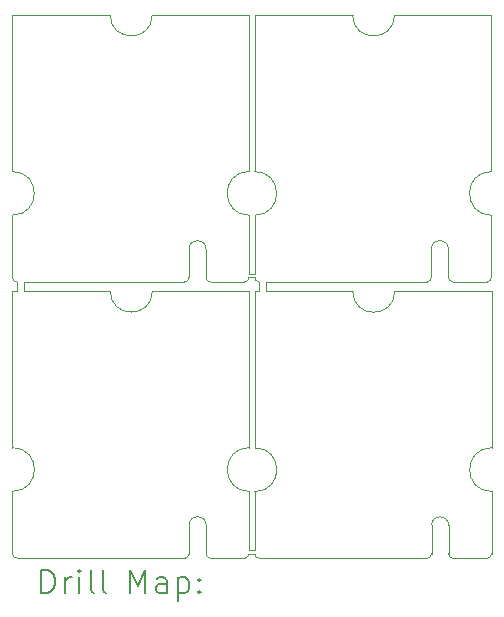
<source format=gbr>
%TF.GenerationSoftware,KiCad,Pcbnew,(7.0.0)*%
%TF.CreationDate,2023-04-13T19:08:07-05:00*%
%TF.ProjectId,Cookie_Mantis,436f6f6b-6965-45f4-9d61-6e7469732e6b,rev?*%
%TF.SameCoordinates,Original*%
%TF.FileFunction,Drillmap*%
%TF.FilePolarity,Positive*%
%FSLAX45Y45*%
G04 Gerber Fmt 4.5, Leading zero omitted, Abs format (unit mm)*
G04 Created by KiCad (PCBNEW (7.0.0)) date 2023-04-13 19:08:07*
%MOMM*%
%LPD*%
G01*
G04 APERTURE LIST*
%ADD10C,0.050000*%
%ADD11C,0.200000*%
G04 APERTURE END LIST*
D10*
X2942330Y-3510520D02*
X3229604Y-3510520D01*
X2722460Y-5848600D02*
G75*
G03*
X2760560Y-5810500I0J38100D01*
G01*
X3315500Y-3472500D02*
G75*
G03*
X3353600Y-3510600I38090J-10D01*
G01*
X3415000Y-3589500D02*
X4146056Y-3589500D01*
X3229604Y-3510514D02*
G75*
G03*
X3267704Y-3472420I6J38094D01*
G01*
X3268560Y-4913080D02*
X3268560Y-3588000D01*
X1264500Y-5777480D02*
X1264500Y-5283080D01*
X4956086Y-3230946D02*
X4956086Y-3472500D01*
X4957580Y-5812000D02*
G75*
G03*
X4995686Y-5850100I38100J0D01*
G01*
X1301744Y-3510520D02*
X1301500Y-3588000D01*
X4773460Y-3510600D02*
X4506760Y-3510600D01*
X4501656Y-3589500D02*
X5321060Y-3589500D01*
X3315500Y-3439480D02*
X3268000Y-3439500D01*
X3316856Y-2945085D02*
G75*
G03*
X3316856Y-2575075I0J185005D01*
G01*
X4956090Y-3472500D02*
G75*
G03*
X4994186Y-3510600I38100J0D01*
G01*
X3267704Y-2574960D02*
G75*
G03*
X3267704Y-2945000I0J-185020D01*
G01*
X2904230Y-3472420D02*
G75*
G03*
X2942330Y-3510520I38100J0D01*
G01*
X2904230Y-3230866D02*
X2904230Y-3472420D01*
X2093556Y-3588000D02*
G75*
G03*
X2449156Y-3588000I177800J0D01*
G01*
X3317000Y-5812000D02*
G75*
G03*
X3355100Y-5850100I38090J-10D01*
G01*
X4508260Y-5850100D02*
X3416060Y-5850100D01*
X2721604Y-3510520D02*
X2454904Y-3510520D01*
X1263644Y-1249920D02*
X2092700Y-1249920D01*
X2721604Y-3510514D02*
G75*
G03*
X2759704Y-3472420I6J38094D01*
G01*
X2904230Y-3230866D02*
G75*
G03*
X2759647Y-3225536I-72390J-4D01*
G01*
X1263650Y-3472420D02*
G75*
G03*
X1301744Y-3510520I38090J-10D01*
G01*
X2455760Y-5848600D02*
X1363560Y-5848600D01*
X4957586Y-5570446D02*
X4957586Y-5812000D01*
X2760503Y-5563616D02*
X2760560Y-5810500D01*
X5321060Y-4914580D02*
X5321060Y-3589500D01*
X4774960Y-5850100D02*
X4508260Y-5850100D01*
X3317500Y-3589500D02*
X3353500Y-3589500D01*
X4956094Y-3230946D02*
G75*
G03*
X4811503Y-3225616I-72394J-4D01*
G01*
X2759647Y-3225536D02*
X2759704Y-3472420D01*
X4773460Y-3510600D02*
G75*
G03*
X4811560Y-3472500I0J38100D01*
G01*
X5319560Y-2575080D02*
X5319560Y-1250000D01*
X1264500Y-5777480D02*
X1264500Y-5810500D01*
X4813003Y-5565116D02*
X4813060Y-5812000D01*
X5321060Y-4914540D02*
G75*
G03*
X5321060Y-5284580I0J-185020D01*
G01*
X2449156Y-3588000D02*
X3268560Y-3588000D01*
X4774960Y-5850100D02*
G75*
G03*
X4813060Y-5812000I0J38100D01*
G01*
X5319560Y-2575040D02*
G75*
G03*
X5319560Y-2945080I0J-185020D01*
G01*
X2448300Y-1249920D02*
X3267704Y-1249920D01*
X4957594Y-5570446D02*
G75*
G03*
X4813003Y-5565116I-72394J-4D01*
G01*
X4995686Y-5850100D02*
X5282960Y-5850100D01*
X2454904Y-3510520D02*
X1362704Y-3510520D01*
X1264500Y-4913080D02*
X1264500Y-3588000D01*
X2092700Y-1249920D02*
G75*
G03*
X2448300Y-1249920I177800J0D01*
G01*
X4144556Y-1250000D02*
G75*
G03*
X4500156Y-1250000I177800J0D01*
G01*
X4811503Y-3225616D02*
X4811560Y-3472500D01*
X3353500Y-3509000D02*
X3353500Y-3589500D01*
X5282960Y-5850100D02*
G75*
G03*
X5321060Y-5812000I0J38100D01*
G01*
X2905080Y-5810500D02*
G75*
G03*
X2943186Y-5848600I38100J0D01*
G01*
X3268000Y-3439500D02*
X3267704Y-2945000D01*
X5321060Y-5812000D02*
X5321060Y-5284580D01*
X5319560Y-3472500D02*
X5319560Y-2945080D01*
X3315500Y-2575080D02*
X3315500Y-1250000D01*
X1263644Y-3439400D02*
X1263644Y-3472420D01*
X1302600Y-5848600D02*
X1363560Y-5848600D01*
X2722460Y-5848600D02*
X2455760Y-5848600D01*
X2905086Y-5568946D02*
X2905086Y-5810500D01*
X3267704Y-2575000D02*
X3267704Y-1249920D01*
X5281460Y-3510600D02*
G75*
G03*
X5319560Y-3472500I0J38100D01*
G01*
X3315500Y-3439480D02*
X3315500Y-2945080D01*
X3318356Y-5284585D02*
G75*
G03*
X3318356Y-4914575I0J185005D01*
G01*
X3415000Y-3510000D02*
X3415000Y-3589500D01*
X4146056Y-3589500D02*
G75*
G03*
X4501656Y-3589500I177800J0D01*
G01*
X1265000Y-2945005D02*
G75*
G03*
X1265000Y-2574995I0J185005D01*
G01*
X3317000Y-5812000D02*
X3268560Y-5810500D01*
X1265856Y-5283085D02*
G75*
G03*
X1265856Y-4913075I0J185005D01*
G01*
X3268560Y-4913040D02*
G75*
G03*
X3268560Y-5283080I0J-185020D01*
G01*
X1264500Y-5810500D02*
G75*
G03*
X1302600Y-5848600I38090J-10D01*
G01*
X1362460Y-3588000D02*
X2093556Y-3588000D01*
X3353500Y-3589500D02*
X3353500Y-3589500D01*
X2905086Y-5568946D02*
G75*
G03*
X2760503Y-5563616I-72390J-2D01*
G01*
X3317000Y-4914580D02*
X3317000Y-3589500D01*
X3355100Y-5850100D02*
X3416060Y-5850100D01*
X3317000Y-5778980D02*
X3317000Y-5284580D01*
X3315500Y-3472500D02*
X3267704Y-3472420D01*
X4994186Y-3510600D02*
X5281460Y-3510600D01*
X4506760Y-3510600D02*
X3414560Y-3510600D01*
X2943186Y-5848600D02*
X3230460Y-5848600D01*
X3315500Y-1250000D02*
X4144556Y-1250000D01*
X1362704Y-3510520D02*
X1362460Y-3588000D01*
X3230460Y-5848600D02*
G75*
G03*
X3268560Y-5810500I0J38100D01*
G01*
X1263644Y-3439400D02*
X1263644Y-2945000D01*
X3268500Y-5779000D02*
X3268560Y-5283080D01*
X1301500Y-3588000D02*
X1264500Y-3588000D01*
X3317000Y-5778980D02*
X3268500Y-5779000D01*
X1263644Y-2575000D02*
X1263644Y-1249920D01*
X4500156Y-1250000D02*
X5319560Y-1250000D01*
D11*
X1508763Y-6146076D02*
X1508763Y-5946076D01*
X1508763Y-5946076D02*
X1556382Y-5946076D01*
X1556382Y-5946076D02*
X1584953Y-5955600D01*
X1584953Y-5955600D02*
X1604001Y-5974648D01*
X1604001Y-5974648D02*
X1613525Y-5993695D01*
X1613525Y-5993695D02*
X1623049Y-6031790D01*
X1623049Y-6031790D02*
X1623049Y-6060362D01*
X1623049Y-6060362D02*
X1613525Y-6098457D01*
X1613525Y-6098457D02*
X1604001Y-6117505D01*
X1604001Y-6117505D02*
X1584953Y-6136552D01*
X1584953Y-6136552D02*
X1556382Y-6146076D01*
X1556382Y-6146076D02*
X1508763Y-6146076D01*
X1708763Y-6146076D02*
X1708763Y-6012743D01*
X1708763Y-6050838D02*
X1718287Y-6031790D01*
X1718287Y-6031790D02*
X1727811Y-6022267D01*
X1727811Y-6022267D02*
X1746858Y-6012743D01*
X1746858Y-6012743D02*
X1765906Y-6012743D01*
X1832572Y-6146076D02*
X1832572Y-6012743D01*
X1832572Y-5946076D02*
X1823049Y-5955600D01*
X1823049Y-5955600D02*
X1832572Y-5965124D01*
X1832572Y-5965124D02*
X1842096Y-5955600D01*
X1842096Y-5955600D02*
X1832572Y-5946076D01*
X1832572Y-5946076D02*
X1832572Y-5965124D01*
X1956382Y-6146076D02*
X1937334Y-6136552D01*
X1937334Y-6136552D02*
X1927811Y-6117505D01*
X1927811Y-6117505D02*
X1927811Y-5946076D01*
X2061144Y-6146076D02*
X2042096Y-6136552D01*
X2042096Y-6136552D02*
X2032572Y-6117505D01*
X2032572Y-6117505D02*
X2032572Y-5946076D01*
X2257334Y-6146076D02*
X2257334Y-5946076D01*
X2257334Y-5946076D02*
X2324001Y-6088933D01*
X2324001Y-6088933D02*
X2390668Y-5946076D01*
X2390668Y-5946076D02*
X2390668Y-6146076D01*
X2571620Y-6146076D02*
X2571620Y-6041314D01*
X2571620Y-6041314D02*
X2562096Y-6022267D01*
X2562096Y-6022267D02*
X2543049Y-6012743D01*
X2543049Y-6012743D02*
X2504953Y-6012743D01*
X2504953Y-6012743D02*
X2485906Y-6022267D01*
X2571620Y-6136552D02*
X2552573Y-6146076D01*
X2552573Y-6146076D02*
X2504953Y-6146076D01*
X2504953Y-6146076D02*
X2485906Y-6136552D01*
X2485906Y-6136552D02*
X2476382Y-6117505D01*
X2476382Y-6117505D02*
X2476382Y-6098457D01*
X2476382Y-6098457D02*
X2485906Y-6079409D01*
X2485906Y-6079409D02*
X2504953Y-6069886D01*
X2504953Y-6069886D02*
X2552573Y-6069886D01*
X2552573Y-6069886D02*
X2571620Y-6060362D01*
X2666858Y-6012743D02*
X2666858Y-6212743D01*
X2666858Y-6022267D02*
X2685906Y-6012743D01*
X2685906Y-6012743D02*
X2724001Y-6012743D01*
X2724001Y-6012743D02*
X2743049Y-6022267D01*
X2743049Y-6022267D02*
X2752573Y-6031790D01*
X2752573Y-6031790D02*
X2762096Y-6050838D01*
X2762096Y-6050838D02*
X2762096Y-6107981D01*
X2762096Y-6107981D02*
X2752573Y-6127028D01*
X2752573Y-6127028D02*
X2743049Y-6136552D01*
X2743049Y-6136552D02*
X2724001Y-6146076D01*
X2724001Y-6146076D02*
X2685906Y-6146076D01*
X2685906Y-6146076D02*
X2666858Y-6136552D01*
X2847811Y-6127028D02*
X2857334Y-6136552D01*
X2857334Y-6136552D02*
X2847811Y-6146076D01*
X2847811Y-6146076D02*
X2838287Y-6136552D01*
X2838287Y-6136552D02*
X2847811Y-6127028D01*
X2847811Y-6127028D02*
X2847811Y-6146076D01*
X2847811Y-6022267D02*
X2857334Y-6031790D01*
X2857334Y-6031790D02*
X2847811Y-6041314D01*
X2847811Y-6041314D02*
X2838287Y-6031790D01*
X2838287Y-6031790D02*
X2847811Y-6022267D01*
X2847811Y-6022267D02*
X2847811Y-6041314D01*
M02*

</source>
